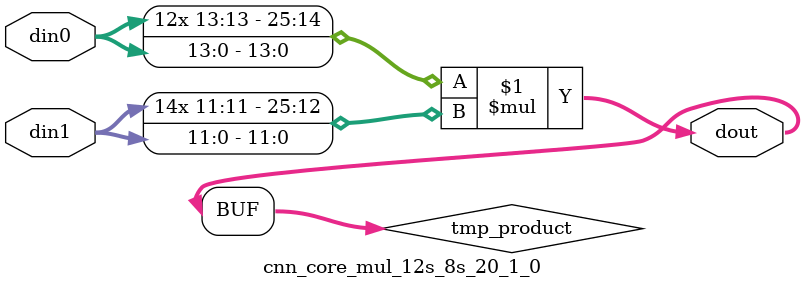
<source format=v>

`timescale 1 ns / 1 ps

  module cnn_core_mul_12s_8s_20_1_0(din0, din1, dout);
parameter ID = 1;
parameter NUM_STAGE = 0;
parameter din0_WIDTH = 14;
parameter din1_WIDTH = 12;
parameter dout_WIDTH = 26;

input [din0_WIDTH - 1 : 0] din0; 
input [din1_WIDTH - 1 : 0] din1; 
output [dout_WIDTH - 1 : 0] dout;

wire signed [dout_WIDTH - 1 : 0] tmp_product;













assign tmp_product = $signed(din0) * $signed(din1);








assign dout = tmp_product;







endmodule

</source>
